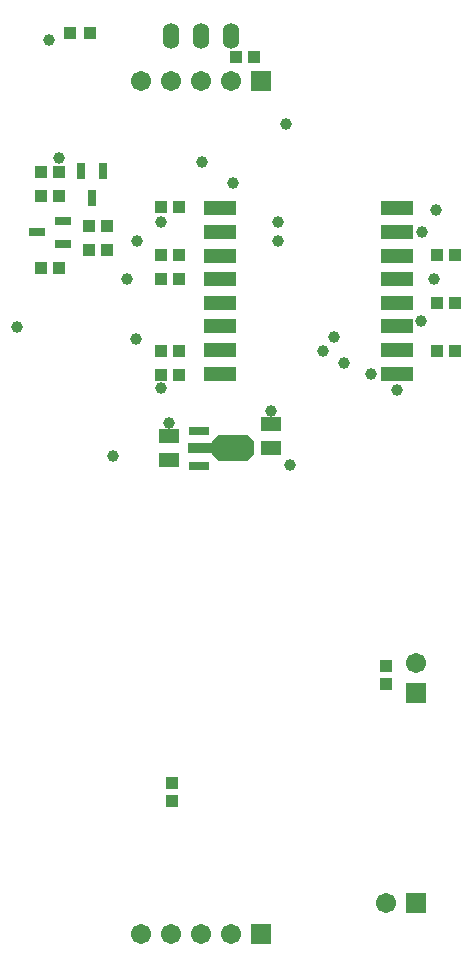
<source format=gts>
G04 Layer_Color=20142*
%FSAX44Y44*%
%MOMM*%
G71*
G01*
G75*
%ADD15R,1.0000X1.0000*%
%ADD36R,1.0532X1.0532*%
%ADD37R,1.3532X0.8032*%
%ADD38R,0.8032X1.3532*%
%ADD39R,2.7032X1.2032*%
%ADD40R,1.0532X1.0532*%
%ADD41R,1.7272X1.2192*%
G04:AMPARAMS|DCode=42|XSize=2.2032mm|YSize=3.6032mm|CornerRadius=0mm|HoleSize=0mm|Usage=FLASHONLY|Rotation=90.000|XOffset=0mm|YOffset=0mm|HoleType=Round|Shape=Octagon|*
%AMOCTAGOND42*
4,1,8,-1.8016,-0.5508,-1.8016,0.5508,-1.2508,1.1016,1.2508,1.1016,1.8016,0.5508,1.8016,-0.5508,1.2508,-1.1016,-1.2508,-1.1016,-1.8016,-0.5508,0.0*
%
%ADD42OCTAGOND42*%

%ADD43R,1.8032X0.8032*%
%ADD44R,2.2032X0.9032*%
%ADD45C,1.7032*%
%ADD46R,1.7032X1.7032*%
%ADD47R,1.7032X1.7032*%
%ADD48O,1.4032X2.2032*%
%ADD49C,1.0032*%
D15*
X00155820Y00812800D02*
D03*
X00138820D02*
D03*
D36*
X00114170Y00613410D02*
D03*
X00129670D02*
D03*
X00154810Y00628650D02*
D03*
X00170310D02*
D03*
X00129670Y00674370D02*
D03*
X00114170D02*
D03*
Y00694690D02*
D03*
X00129670D02*
D03*
X00170310Y00648970D02*
D03*
X00154810D02*
D03*
X00215770Y00665480D02*
D03*
X00231270D02*
D03*
Y00624840D02*
D03*
X00215770D02*
D03*
X00231270Y00604520D02*
D03*
X00215770D02*
D03*
X00464950Y00584200D02*
D03*
X00449450D02*
D03*
Y00543560D02*
D03*
X00464950D02*
D03*
X00231270Y00523240D02*
D03*
X00215770D02*
D03*
X00231270Y00543560D02*
D03*
X00215770D02*
D03*
X00464950Y00624840D02*
D03*
X00449450D02*
D03*
X00294770Y00792480D02*
D03*
X00279270D02*
D03*
D37*
X00133170Y00634390D02*
D03*
Y00653390D02*
D03*
X00110670Y00643890D02*
D03*
D38*
X00166980Y00695780D02*
D03*
X00147980D02*
D03*
X00157480Y00673280D02*
D03*
D39*
X00415360Y00524360D02*
D03*
Y00544360D02*
D03*
Y00564360D02*
D03*
Y00584360D02*
D03*
Y00644360D02*
D03*
Y00624360D02*
D03*
Y00604360D02*
D03*
Y00664360D02*
D03*
X00265360D02*
D03*
Y00604360D02*
D03*
Y00624360D02*
D03*
Y00644360D02*
D03*
Y00584360D02*
D03*
Y00564360D02*
D03*
Y00544360D02*
D03*
Y00524360D02*
D03*
D40*
X00224790Y00162430D02*
D03*
Y00177930D02*
D03*
X00406400Y00276990D02*
D03*
Y00261490D02*
D03*
D41*
X00222250Y00471170D02*
D03*
Y00450850D02*
D03*
X00308610Y00481330D02*
D03*
Y00461010D02*
D03*
D42*
X00276970D02*
D03*
D43*
X00247970Y00446010D02*
D03*
Y00476010D02*
D03*
D44*
X00249970Y00461010D02*
D03*
D45*
X00199200Y00772160D02*
D03*
X00224600D02*
D03*
X00250000D02*
D03*
X00275400D02*
D03*
X00199200Y00050000D02*
D03*
X00224600D02*
D03*
X00250000D02*
D03*
X00275400D02*
D03*
X00431800Y00279400D02*
D03*
X00406400Y00076200D02*
D03*
D46*
X00300800Y00772160D02*
D03*
Y00050000D02*
D03*
X00431800Y00076200D02*
D03*
D47*
Y00254000D02*
D03*
D48*
X00224600Y00810000D02*
D03*
X00250000D02*
D03*
X00275400D02*
D03*
D49*
X00215770Y00652910D02*
D03*
X00314960Y00652780D02*
D03*
Y00636270D02*
D03*
X00195580D02*
D03*
X00093980Y00563880D02*
D03*
X00194310Y00553720D02*
D03*
X00321310Y00735330D02*
D03*
X00250190Y00703580D02*
D03*
X00435610Y00568960D02*
D03*
X00276860Y00685800D02*
D03*
X00446880Y00604360D02*
D03*
X00393850Y00524360D02*
D03*
X00415360Y00510610D02*
D03*
X00120650Y00806450D02*
D03*
X00129670Y00707260D02*
D03*
X00215770Y00511940D02*
D03*
X00308610Y00492760D02*
D03*
X00222250Y00482600D02*
D03*
X00186690Y00604520D02*
D03*
X00370840Y00533400D02*
D03*
X00448310Y00662940D02*
D03*
X00361950Y00554990D02*
D03*
X00436880Y00643890D02*
D03*
X00353060Y00543560D02*
D03*
X00325120Y00447040D02*
D03*
X00175260Y00454660D02*
D03*
M02*

</source>
